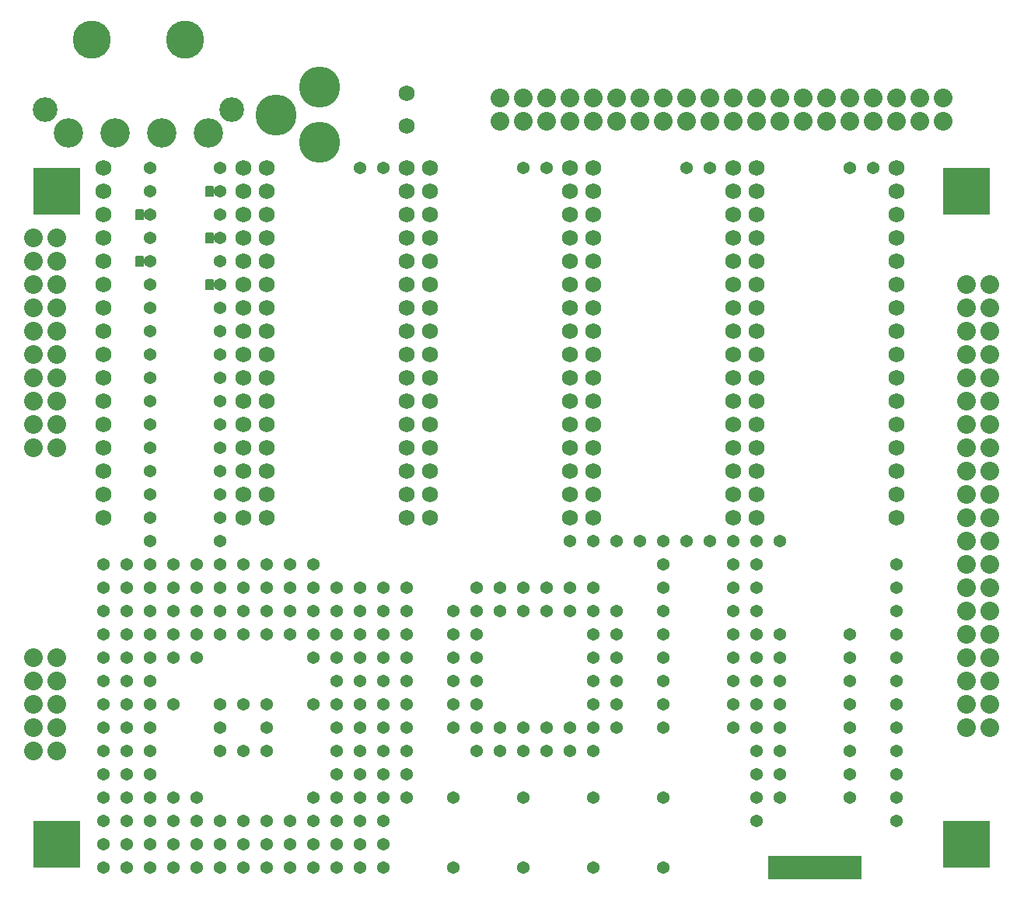
<source format=gbr>
G04 EAGLE Gerber RS-274X export*
G75*
%MOMM*%
%FSLAX34Y34*%
%LPD*%
%INSoldermask Bottom*%
%IPPOS*%
%AMOC8*
5,1,8,0,0,1.08239X$1,22.5*%
G01*
%ADD10C,4.152400*%
%ADD11R,10.160000X2.540000*%
%ADD12R,5.080000X5.080000*%
%ADD13C,1.371600*%
%ADD14C,1.752600*%
%ADD15C,2.032000*%
%ADD16C,2.692400*%
%ADD17C,4.140200*%
%ADD18C,3.200400*%
%ADD19C,4.470400*%

G36*
X208300Y743462D02*
X208300Y743462D01*
X208319Y743460D01*
X208421Y743482D01*
X208523Y743499D01*
X208540Y743508D01*
X208560Y743512D01*
X208649Y743565D01*
X208740Y743614D01*
X208754Y743628D01*
X208771Y743638D01*
X208838Y743717D01*
X208910Y743792D01*
X208918Y743810D01*
X208931Y743825D01*
X208970Y743921D01*
X209013Y744015D01*
X209015Y744035D01*
X209023Y744053D01*
X209041Y744220D01*
X209041Y754380D01*
X209038Y754400D01*
X209040Y754419D01*
X209018Y754521D01*
X209002Y754623D01*
X208992Y754640D01*
X208988Y754660D01*
X208935Y754749D01*
X208886Y754840D01*
X208872Y754854D01*
X208862Y754871D01*
X208783Y754938D01*
X208708Y755010D01*
X208690Y755018D01*
X208675Y755031D01*
X208579Y755070D01*
X208485Y755113D01*
X208465Y755115D01*
X208447Y755123D01*
X208280Y755141D01*
X200660Y755141D01*
X200640Y755138D01*
X200621Y755140D01*
X200519Y755118D01*
X200417Y755102D01*
X200400Y755092D01*
X200380Y755088D01*
X200291Y755035D01*
X200200Y754986D01*
X200186Y754972D01*
X200169Y754962D01*
X200102Y754883D01*
X200031Y754808D01*
X200022Y754790D01*
X200009Y754775D01*
X199970Y754679D01*
X199927Y754585D01*
X199925Y754565D01*
X199917Y754547D01*
X199899Y754380D01*
X199899Y744220D01*
X199902Y744200D01*
X199900Y744181D01*
X199922Y744079D01*
X199939Y743977D01*
X199948Y743960D01*
X199952Y743940D01*
X200005Y743851D01*
X200054Y743760D01*
X200068Y743746D01*
X200078Y743729D01*
X200157Y743662D01*
X200232Y743591D01*
X200250Y743582D01*
X200265Y743569D01*
X200361Y743530D01*
X200455Y743487D01*
X200475Y743485D01*
X200493Y743477D01*
X200660Y743459D01*
X208280Y743459D01*
X208300Y743462D01*
G37*
G36*
X132100Y718062D02*
X132100Y718062D01*
X132119Y718060D01*
X132221Y718082D01*
X132323Y718099D01*
X132340Y718108D01*
X132360Y718112D01*
X132449Y718165D01*
X132540Y718214D01*
X132554Y718228D01*
X132571Y718238D01*
X132638Y718317D01*
X132710Y718392D01*
X132718Y718410D01*
X132731Y718425D01*
X132770Y718521D01*
X132813Y718615D01*
X132815Y718635D01*
X132823Y718653D01*
X132841Y718820D01*
X132841Y728980D01*
X132838Y729000D01*
X132840Y729019D01*
X132818Y729121D01*
X132802Y729223D01*
X132792Y729240D01*
X132788Y729260D01*
X132735Y729349D01*
X132686Y729440D01*
X132672Y729454D01*
X132662Y729471D01*
X132583Y729538D01*
X132508Y729610D01*
X132490Y729618D01*
X132475Y729631D01*
X132379Y729670D01*
X132285Y729713D01*
X132265Y729715D01*
X132247Y729723D01*
X132080Y729741D01*
X124460Y729741D01*
X124440Y729738D01*
X124421Y729740D01*
X124319Y729718D01*
X124217Y729702D01*
X124200Y729692D01*
X124180Y729688D01*
X124091Y729635D01*
X124000Y729586D01*
X123986Y729572D01*
X123969Y729562D01*
X123902Y729483D01*
X123831Y729408D01*
X123822Y729390D01*
X123809Y729375D01*
X123770Y729279D01*
X123727Y729185D01*
X123725Y729165D01*
X123717Y729147D01*
X123699Y728980D01*
X123699Y718820D01*
X123702Y718800D01*
X123700Y718781D01*
X123722Y718679D01*
X123739Y718577D01*
X123748Y718560D01*
X123752Y718540D01*
X123805Y718451D01*
X123854Y718360D01*
X123868Y718346D01*
X123878Y718329D01*
X123957Y718262D01*
X124032Y718191D01*
X124050Y718182D01*
X124065Y718169D01*
X124161Y718130D01*
X124255Y718087D01*
X124275Y718085D01*
X124293Y718077D01*
X124460Y718059D01*
X132080Y718059D01*
X132100Y718062D01*
G37*
G36*
X208300Y692662D02*
X208300Y692662D01*
X208319Y692660D01*
X208421Y692682D01*
X208523Y692699D01*
X208540Y692708D01*
X208560Y692712D01*
X208649Y692765D01*
X208740Y692814D01*
X208754Y692828D01*
X208771Y692838D01*
X208838Y692917D01*
X208910Y692992D01*
X208918Y693010D01*
X208931Y693025D01*
X208970Y693121D01*
X209013Y693215D01*
X209015Y693235D01*
X209023Y693253D01*
X209041Y693420D01*
X209041Y703580D01*
X209038Y703600D01*
X209040Y703619D01*
X209018Y703721D01*
X209002Y703823D01*
X208992Y703840D01*
X208988Y703860D01*
X208935Y703949D01*
X208886Y704040D01*
X208872Y704054D01*
X208862Y704071D01*
X208783Y704138D01*
X208708Y704210D01*
X208690Y704218D01*
X208675Y704231D01*
X208579Y704270D01*
X208485Y704313D01*
X208465Y704315D01*
X208447Y704323D01*
X208280Y704341D01*
X200660Y704341D01*
X200640Y704338D01*
X200621Y704340D01*
X200519Y704318D01*
X200417Y704302D01*
X200400Y704292D01*
X200380Y704288D01*
X200291Y704235D01*
X200200Y704186D01*
X200186Y704172D01*
X200169Y704162D01*
X200102Y704083D01*
X200031Y704008D01*
X200022Y703990D01*
X200009Y703975D01*
X199970Y703879D01*
X199927Y703785D01*
X199925Y703765D01*
X199917Y703747D01*
X199899Y703580D01*
X199899Y693420D01*
X199902Y693400D01*
X199900Y693381D01*
X199922Y693279D01*
X199939Y693177D01*
X199948Y693160D01*
X199952Y693140D01*
X200005Y693051D01*
X200054Y692960D01*
X200068Y692946D01*
X200078Y692929D01*
X200157Y692862D01*
X200232Y692791D01*
X200250Y692782D01*
X200265Y692769D01*
X200361Y692730D01*
X200455Y692687D01*
X200475Y692685D01*
X200493Y692677D01*
X200660Y692659D01*
X208280Y692659D01*
X208300Y692662D01*
G37*
G36*
X132100Y667262D02*
X132100Y667262D01*
X132119Y667260D01*
X132221Y667282D01*
X132323Y667299D01*
X132340Y667308D01*
X132360Y667312D01*
X132449Y667365D01*
X132540Y667414D01*
X132554Y667428D01*
X132571Y667438D01*
X132638Y667517D01*
X132710Y667592D01*
X132718Y667610D01*
X132731Y667625D01*
X132770Y667721D01*
X132813Y667815D01*
X132815Y667835D01*
X132823Y667853D01*
X132841Y668020D01*
X132841Y678180D01*
X132838Y678200D01*
X132840Y678219D01*
X132818Y678321D01*
X132802Y678423D01*
X132792Y678440D01*
X132788Y678460D01*
X132735Y678549D01*
X132686Y678640D01*
X132672Y678654D01*
X132662Y678671D01*
X132583Y678738D01*
X132508Y678810D01*
X132490Y678818D01*
X132475Y678831D01*
X132379Y678870D01*
X132285Y678913D01*
X132265Y678915D01*
X132247Y678923D01*
X132080Y678941D01*
X124460Y678941D01*
X124440Y678938D01*
X124421Y678940D01*
X124319Y678918D01*
X124217Y678902D01*
X124200Y678892D01*
X124180Y678888D01*
X124091Y678835D01*
X124000Y678786D01*
X123986Y678772D01*
X123969Y678762D01*
X123902Y678683D01*
X123831Y678608D01*
X123822Y678590D01*
X123809Y678575D01*
X123770Y678479D01*
X123727Y678385D01*
X123725Y678365D01*
X123717Y678347D01*
X123699Y678180D01*
X123699Y668020D01*
X123702Y668000D01*
X123700Y667981D01*
X123722Y667879D01*
X123739Y667777D01*
X123748Y667760D01*
X123752Y667740D01*
X123805Y667651D01*
X123854Y667560D01*
X123868Y667546D01*
X123878Y667529D01*
X123957Y667462D01*
X124032Y667391D01*
X124050Y667382D01*
X124065Y667369D01*
X124161Y667330D01*
X124255Y667287D01*
X124275Y667285D01*
X124293Y667277D01*
X124460Y667259D01*
X132080Y667259D01*
X132100Y667262D01*
G37*
G36*
X208300Y641862D02*
X208300Y641862D01*
X208319Y641860D01*
X208421Y641882D01*
X208523Y641899D01*
X208540Y641908D01*
X208560Y641912D01*
X208649Y641965D01*
X208740Y642014D01*
X208754Y642028D01*
X208771Y642038D01*
X208838Y642117D01*
X208910Y642192D01*
X208918Y642210D01*
X208931Y642225D01*
X208970Y642321D01*
X209013Y642415D01*
X209015Y642435D01*
X209023Y642453D01*
X209041Y642620D01*
X209041Y652780D01*
X209038Y652800D01*
X209040Y652819D01*
X209018Y652921D01*
X209002Y653023D01*
X208992Y653040D01*
X208988Y653060D01*
X208935Y653149D01*
X208886Y653240D01*
X208872Y653254D01*
X208862Y653271D01*
X208783Y653338D01*
X208708Y653410D01*
X208690Y653418D01*
X208675Y653431D01*
X208579Y653470D01*
X208485Y653513D01*
X208465Y653515D01*
X208447Y653523D01*
X208280Y653541D01*
X200660Y653541D01*
X200640Y653538D01*
X200621Y653540D01*
X200519Y653518D01*
X200417Y653502D01*
X200400Y653492D01*
X200380Y653488D01*
X200291Y653435D01*
X200200Y653386D01*
X200186Y653372D01*
X200169Y653362D01*
X200102Y653283D01*
X200031Y653208D01*
X200022Y653190D01*
X200009Y653175D01*
X199970Y653079D01*
X199927Y652985D01*
X199925Y652965D01*
X199917Y652947D01*
X199899Y652780D01*
X199899Y642620D01*
X199902Y642600D01*
X199900Y642581D01*
X199922Y642479D01*
X199939Y642377D01*
X199948Y642360D01*
X199952Y642340D01*
X200005Y642251D01*
X200054Y642160D01*
X200068Y642146D01*
X200078Y642129D01*
X200157Y642062D01*
X200232Y641991D01*
X200250Y641982D01*
X200265Y641969D01*
X200361Y641930D01*
X200455Y641887D01*
X200475Y641885D01*
X200493Y641877D01*
X200660Y641859D01*
X208280Y641859D01*
X208300Y641862D01*
G37*
D10*
X38100Y749300D03*
X38100Y38100D03*
X1028700Y38100D03*
X1028700Y749300D03*
D11*
X863600Y12700D03*
D12*
X1028700Y749300D03*
X38100Y749300D03*
X38100Y38100D03*
X1028700Y38100D03*
D13*
X88900Y317500D03*
X114300Y317500D03*
X139700Y317500D03*
X165100Y317500D03*
X190500Y317500D03*
X215900Y317500D03*
X241300Y317500D03*
X266700Y317500D03*
X292100Y317500D03*
X317500Y317500D03*
X342900Y317500D03*
X368300Y317500D03*
X393700Y317500D03*
X393700Y292100D03*
X88900Y38100D03*
X88900Y63500D03*
X88900Y88900D03*
X88900Y114300D03*
X88900Y139700D03*
X88900Y165100D03*
X88900Y190500D03*
X88900Y215900D03*
X88900Y241300D03*
X88900Y292100D03*
X114300Y292100D03*
X139700Y292100D03*
X165100Y292100D03*
X190500Y292100D03*
X215900Y292100D03*
X241300Y292100D03*
X266700Y292100D03*
X292100Y292100D03*
X317500Y292100D03*
X342900Y292100D03*
X368300Y292100D03*
X393700Y241300D03*
X393700Y215900D03*
X393700Y190500D03*
X393700Y165100D03*
X393700Y139700D03*
X393700Y114300D03*
X393700Y88900D03*
X393700Y63500D03*
X393700Y38100D03*
X114300Y38100D03*
X114300Y63500D03*
X114300Y88900D03*
X114300Y114300D03*
X114300Y139700D03*
X114300Y165100D03*
X114300Y190500D03*
X114300Y215900D03*
X114300Y241300D03*
X114300Y12700D03*
X393700Y12700D03*
X368300Y12700D03*
X342900Y12700D03*
X317500Y12700D03*
X292100Y12700D03*
X266700Y12700D03*
X241300Y12700D03*
X215900Y12700D03*
X190500Y12700D03*
X165100Y12700D03*
X139700Y12700D03*
X393700Y266700D03*
X88900Y266700D03*
X368300Y266700D03*
X342900Y266700D03*
X317500Y266700D03*
X292100Y266700D03*
X266700Y266700D03*
X241300Y266700D03*
X215900Y266700D03*
X190500Y266700D03*
X165100Y266700D03*
X139700Y266700D03*
X114300Y266700D03*
X88900Y12700D03*
X139700Y38100D03*
X139700Y63500D03*
X139700Y88900D03*
X139700Y114300D03*
X139700Y139700D03*
X139700Y165100D03*
X139700Y190500D03*
X139700Y215900D03*
X139700Y241300D03*
X368300Y38100D03*
X368300Y63500D03*
X368300Y88900D03*
X368300Y114300D03*
X368300Y139700D03*
X368300Y165100D03*
X368300Y190500D03*
X368300Y215900D03*
X368300Y241300D03*
X165100Y38100D03*
X190500Y38100D03*
X215900Y38100D03*
X241300Y38100D03*
X266700Y38100D03*
X292100Y38100D03*
X317500Y38100D03*
X342900Y38100D03*
X342900Y63500D03*
X317500Y63500D03*
X292100Y63500D03*
X266700Y63500D03*
X241300Y63500D03*
X215900Y63500D03*
X190500Y63500D03*
X165100Y63500D03*
X342900Y165100D03*
X342900Y88900D03*
X342900Y114300D03*
X342900Y139700D03*
X342900Y190500D03*
X342900Y215900D03*
X342900Y241300D03*
X317500Y241300D03*
X317500Y88900D03*
X165100Y88900D03*
X165100Y241300D03*
X190500Y241300D03*
X317500Y190500D03*
X190500Y88900D03*
X165100Y190500D03*
X571500Y292100D03*
X546100Y317500D03*
X546100Y292100D03*
X520700Y317500D03*
X520700Y292100D03*
X495300Y317500D03*
X469900Y292100D03*
X495300Y292100D03*
X469900Y266700D03*
X495300Y266700D03*
X469900Y241300D03*
X495300Y241300D03*
X469900Y215900D03*
X495300Y215900D03*
X469900Y190500D03*
X495300Y190500D03*
X469900Y165100D03*
X495300Y139700D03*
X495300Y165100D03*
X520700Y139700D03*
X520700Y165100D03*
X546100Y139700D03*
X546100Y165100D03*
X571500Y139700D03*
X571500Y165100D03*
X596900Y139700D03*
X596900Y165100D03*
X622300Y139700D03*
X647700Y165100D03*
X622300Y165100D03*
X647700Y190500D03*
X622300Y190500D03*
X647700Y215900D03*
X622300Y215900D03*
X647700Y241300D03*
X622300Y241300D03*
X647700Y266700D03*
X622300Y266700D03*
X647700Y292100D03*
X622300Y317500D03*
X622300Y292100D03*
X596900Y317500D03*
X596900Y292100D03*
X571500Y317500D03*
D14*
X88900Y774700D03*
X88900Y749300D03*
X88900Y723900D03*
X88900Y698500D03*
X88900Y673100D03*
X88900Y647700D03*
X88900Y622300D03*
X88900Y596900D03*
X88900Y571500D03*
X88900Y546100D03*
X88900Y520700D03*
X88900Y495300D03*
X88900Y469900D03*
X88900Y444500D03*
X88900Y419100D03*
X88900Y393700D03*
X241300Y393700D03*
X241300Y419100D03*
X241300Y444500D03*
X241300Y469900D03*
X241300Y495300D03*
X241300Y520700D03*
X241300Y546100D03*
X241300Y571500D03*
X241300Y596900D03*
X241300Y622300D03*
X241300Y647700D03*
X241300Y673100D03*
X241300Y698500D03*
X241300Y723900D03*
X241300Y749300D03*
X241300Y774700D03*
X800100Y774700D03*
X800100Y749300D03*
X800100Y723900D03*
X800100Y698500D03*
X800100Y673100D03*
X800100Y647700D03*
X800100Y622300D03*
X800100Y596900D03*
X800100Y571500D03*
X800100Y546100D03*
X800100Y520700D03*
X800100Y495300D03*
X800100Y469900D03*
X800100Y444500D03*
X800100Y419100D03*
X800100Y393700D03*
X952500Y393700D03*
X952500Y419100D03*
X952500Y444500D03*
X952500Y469900D03*
X952500Y495300D03*
X952500Y520700D03*
X952500Y546100D03*
X952500Y571500D03*
X952500Y596900D03*
X952500Y622300D03*
X952500Y647700D03*
X952500Y673100D03*
X952500Y698500D03*
X952500Y723900D03*
X952500Y749300D03*
X952500Y774700D03*
X622300Y774700D03*
X622300Y749300D03*
X622300Y723900D03*
X622300Y698500D03*
X622300Y673100D03*
X622300Y647700D03*
X622300Y622300D03*
X622300Y596900D03*
X622300Y571500D03*
X622300Y546100D03*
X622300Y520700D03*
X622300Y495300D03*
X622300Y469900D03*
X622300Y444500D03*
X622300Y419100D03*
X622300Y393700D03*
X774700Y393700D03*
X774700Y419100D03*
X774700Y444500D03*
X774700Y469900D03*
X774700Y495300D03*
X774700Y520700D03*
X774700Y546100D03*
X774700Y571500D03*
X774700Y596900D03*
X774700Y622300D03*
X774700Y647700D03*
X774700Y673100D03*
X774700Y698500D03*
X774700Y723900D03*
X774700Y749300D03*
X774700Y774700D03*
X444500Y774700D03*
X444500Y749300D03*
X444500Y723900D03*
X444500Y698500D03*
X444500Y673100D03*
X444500Y647700D03*
X444500Y622300D03*
X444500Y596900D03*
X444500Y571500D03*
X444500Y546100D03*
X444500Y520700D03*
X444500Y495300D03*
X444500Y469900D03*
X444500Y444500D03*
X444500Y419100D03*
X444500Y393700D03*
X596900Y393700D03*
X596900Y419100D03*
X596900Y444500D03*
X596900Y469900D03*
X596900Y495300D03*
X596900Y520700D03*
X596900Y546100D03*
X596900Y571500D03*
X596900Y596900D03*
X596900Y622300D03*
X596900Y647700D03*
X596900Y673100D03*
X596900Y698500D03*
X596900Y723900D03*
X596900Y749300D03*
X596900Y774700D03*
X266700Y774700D03*
X266700Y749300D03*
X266700Y723900D03*
X266700Y698500D03*
X266700Y673100D03*
X266700Y647700D03*
X266700Y622300D03*
X266700Y596900D03*
X266700Y571500D03*
X266700Y546100D03*
X266700Y520700D03*
X266700Y495300D03*
X266700Y469900D03*
X266700Y444500D03*
X266700Y419100D03*
X266700Y393700D03*
X419100Y393700D03*
X419100Y419100D03*
X419100Y444500D03*
X419100Y469900D03*
X419100Y495300D03*
X419100Y520700D03*
X419100Y546100D03*
X419100Y571500D03*
X419100Y596900D03*
X419100Y622300D03*
X419100Y647700D03*
X419100Y673100D03*
X419100Y698500D03*
X419100Y723900D03*
X419100Y749300D03*
X419100Y774700D03*
D13*
X469900Y12700D03*
X546100Y12700D03*
X546100Y88900D03*
X469900Y88900D03*
D15*
X1054100Y165100D03*
X1028700Y165100D03*
X1054100Y190500D03*
X1028700Y190500D03*
X1054100Y215900D03*
X1028700Y215900D03*
X1054100Y241300D03*
X1028700Y241300D03*
X1054100Y266700D03*
X1028700Y266700D03*
X1054100Y292100D03*
X1028700Y292100D03*
X1054100Y317500D03*
X1028700Y317500D03*
X1054100Y342900D03*
X1028700Y342900D03*
X1054100Y368300D03*
X1028700Y368300D03*
X1054100Y393700D03*
X1028700Y393700D03*
X1054100Y419100D03*
X1028700Y419100D03*
X1054100Y444500D03*
X1028700Y444500D03*
X1054100Y469900D03*
X1028700Y469900D03*
X1054100Y495300D03*
X1028700Y495300D03*
X1054100Y520700D03*
X1028700Y520700D03*
X1054100Y546100D03*
X1028700Y546100D03*
X1054100Y571500D03*
X1028700Y571500D03*
X1054100Y596900D03*
X1028700Y596900D03*
X1054100Y622300D03*
X1028700Y622300D03*
X1054100Y647700D03*
X1028700Y647700D03*
D13*
X88900Y342900D03*
X114300Y342900D03*
X139700Y342900D03*
X165100Y342900D03*
X190500Y342900D03*
X215900Y342900D03*
X241300Y342900D03*
X266700Y342900D03*
X292100Y342900D03*
X317500Y342900D03*
D15*
X38100Y241300D03*
X12700Y241300D03*
X38100Y215900D03*
X12700Y215900D03*
X38100Y190500D03*
X12700Y190500D03*
X38100Y165100D03*
X12700Y165100D03*
X38100Y139700D03*
X12700Y139700D03*
D13*
X622300Y12700D03*
X698500Y12700D03*
X698500Y88900D03*
X622300Y88900D03*
X698500Y342900D03*
X698500Y317500D03*
X698500Y292100D03*
X698500Y266700D03*
X698500Y241300D03*
X698500Y215900D03*
X698500Y190500D03*
X698500Y165100D03*
X774700Y165100D03*
X774700Y190500D03*
X774700Y215900D03*
X774700Y241300D03*
X774700Y266700D03*
X774700Y292100D03*
X774700Y317500D03*
X774700Y342900D03*
X698500Y368300D03*
X723900Y368300D03*
X749300Y368300D03*
X774700Y368300D03*
X673100Y368300D03*
X647700Y368300D03*
X800100Y368300D03*
X825500Y368300D03*
X419100Y317500D03*
X419100Y292100D03*
X419100Y266700D03*
X419100Y241300D03*
X419100Y215900D03*
X419100Y190500D03*
X419100Y165100D03*
X419100Y139700D03*
X419100Y114300D03*
X419100Y88900D03*
X266700Y139700D03*
X241300Y139700D03*
X215900Y139700D03*
X215900Y165100D03*
X215900Y190500D03*
X241300Y190500D03*
X266700Y190500D03*
X266700Y165100D03*
X800100Y342900D03*
X800100Y317500D03*
X800100Y190500D03*
X800100Y165100D03*
X800100Y292100D03*
X800100Y266700D03*
X800100Y215900D03*
X800100Y241300D03*
X800100Y139700D03*
X800100Y114300D03*
X800100Y88900D03*
X800100Y63500D03*
X952500Y63500D03*
X952500Y88900D03*
X952500Y114300D03*
X952500Y139700D03*
X952500Y165100D03*
X952500Y190500D03*
X952500Y215900D03*
X952500Y241300D03*
X952500Y266700D03*
X952500Y292100D03*
X952500Y317500D03*
X952500Y342900D03*
X825500Y266700D03*
X825500Y241300D03*
X825500Y114300D03*
X825500Y88900D03*
X825500Y215900D03*
X825500Y190500D03*
X825500Y139700D03*
X825500Y165100D03*
X901700Y88900D03*
X901700Y114300D03*
X901700Y139700D03*
X901700Y165100D03*
X901700Y190500D03*
X901700Y215900D03*
X901700Y241300D03*
X901700Y266700D03*
X139700Y596900D03*
X139700Y571500D03*
X139700Y444500D03*
X139700Y419100D03*
X139700Y546100D03*
X139700Y520700D03*
X139700Y469900D03*
X139700Y495300D03*
X139700Y393700D03*
X139700Y368300D03*
X215900Y368300D03*
X215900Y393700D03*
X215900Y419100D03*
X215900Y444500D03*
X215900Y469900D03*
X215900Y495300D03*
X215900Y520700D03*
X215900Y546100D03*
X215900Y571500D03*
X215900Y596900D03*
X139700Y774700D03*
X139700Y749300D03*
X139700Y622300D03*
X215900Y622300D03*
X139700Y723900D03*
X139700Y698500D03*
X139700Y647700D03*
X139700Y673100D03*
X215900Y647700D03*
X215900Y673100D03*
X215900Y698500D03*
X215900Y723900D03*
X215900Y749300D03*
X215900Y774700D03*
D15*
X38100Y469900D03*
X12700Y469900D03*
X38100Y495300D03*
X12700Y495300D03*
X38100Y520700D03*
X12700Y520700D03*
X38100Y546100D03*
X12700Y546100D03*
X38100Y571500D03*
X12700Y571500D03*
X38100Y596900D03*
X12700Y596900D03*
X38100Y622300D03*
X12700Y622300D03*
X38100Y647700D03*
X12700Y647700D03*
X38100Y673100D03*
X12700Y673100D03*
X38100Y698500D03*
X12700Y698500D03*
D13*
X596900Y368300D03*
X622300Y368300D03*
X393700Y774700D03*
X368300Y774700D03*
X571500Y774700D03*
X546100Y774700D03*
X749300Y774700D03*
X723900Y774700D03*
X927100Y774700D03*
X901700Y774700D03*
D15*
X1003300Y850900D03*
X1003300Y825500D03*
X977900Y850900D03*
X977900Y825500D03*
X952500Y850900D03*
X952500Y825500D03*
X927100Y850900D03*
X927100Y825500D03*
X901700Y850900D03*
X901700Y825500D03*
X876300Y850900D03*
X876300Y825500D03*
X850900Y850900D03*
X850900Y825500D03*
X825500Y850900D03*
X825500Y825500D03*
X800100Y850900D03*
X800100Y825500D03*
X774700Y850900D03*
X774700Y825500D03*
X749300Y850900D03*
X749300Y825500D03*
X723900Y850900D03*
X723900Y825500D03*
X698500Y850900D03*
X698500Y825500D03*
X673100Y850900D03*
X673100Y825500D03*
X647700Y850900D03*
X647700Y825500D03*
X622300Y850900D03*
X622300Y825500D03*
X596900Y850900D03*
X596900Y825500D03*
X571500Y850900D03*
X571500Y825500D03*
X546100Y850900D03*
X546100Y825500D03*
X520700Y850900D03*
X520700Y825500D03*
D14*
X419100Y820420D03*
X419100Y855980D03*
D16*
X25400Y838200D03*
X228600Y838200D03*
D17*
X76200Y914400D03*
X177800Y914400D03*
D18*
X50800Y812800D03*
X101600Y812800D03*
X152400Y812800D03*
X203200Y812800D03*
D19*
X323850Y802800D03*
X323850Y862800D03*
X276850Y832800D03*
M02*

</source>
